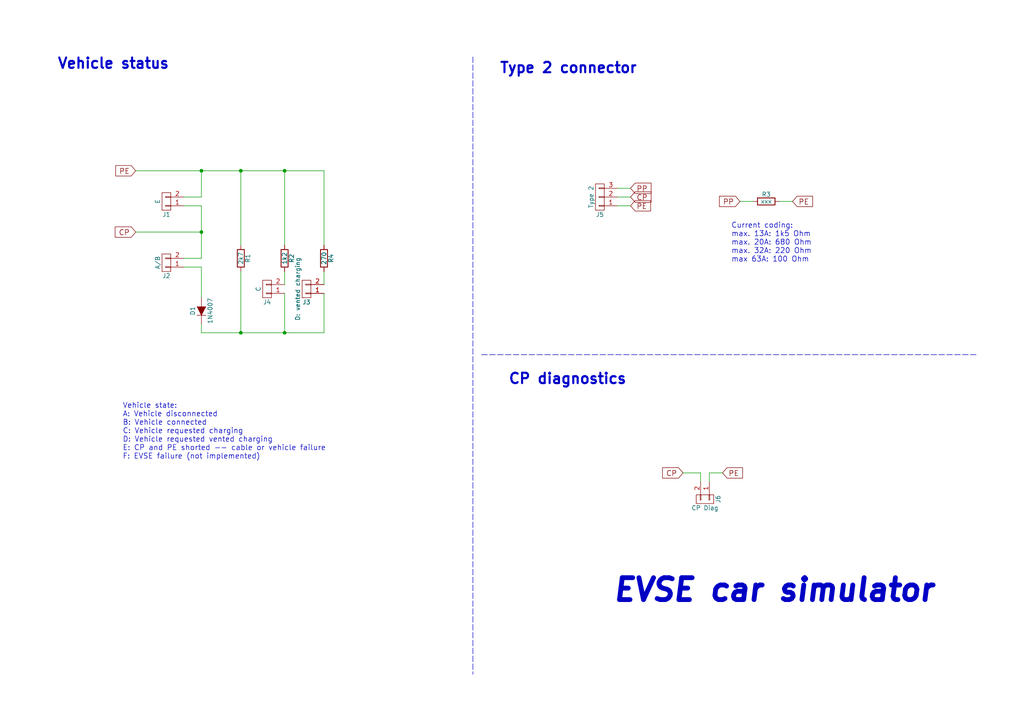
<source format=kicad_sch>
(kicad_sch (version 20231120) (generator "eeschema") (generator_version "8.0")
  (paper "A4")
  (title_block (title "Car simulator Pi Pico Relay Cap") (date "2018-11-26") (rev "0.5") (company "Paul Würtz") (comment 1 "Based on Car simulator by Mathias Dalheimer"))
  (lib_symbols
    (symbol "EVSE-Car-Simulator-rescue:CONN_01X02" (pin_names (offset 1.016) hide)
      (property "Reference" "P" (at 0 3.81 0))
      (property "Value" "CONN_01X02" (at 2.54 0 90))
      (symbol "CONN_01X02_0_1"
        (rectangle (start -1.27 -1.143) (end 0.254 -1.397))
        (rectangle (start -1.27 1.397) (end 0.254 1.143))
        (rectangle (start -1.27 2.54) (end 1.27 -2.54))
      )
      (symbol "CONN_01X02_1_1"
        (pin passive line (at -5.08 1.27 0) (length 3.81) (name "P1") (number "1"))
        (pin passive line (at -5.08 -1.27 0) (length 3.81) (name "P2") (number "2"))
      )
    )
    (symbol "EVSE-Car-Simulator-rescue:CONN_01X03" (pin_names (offset 1.016) hide)
      (property "Reference" "P" (at 0 5.08 0))
      (property "Value" "CONN_01X03" (at 2.54 0 90))
      (symbol "CONN_01X03_0_1"
        (rectangle (start -1.27 -2.413) (end 0.254 -2.667))
        (rectangle (start -1.27 0.127) (end 0.254 -0.127))
        (rectangle (start -1.27 2.667) (end 0.254 2.413))
        (rectangle (start -1.27 3.81) (end 1.27 -3.81))
      )
      (symbol "CONN_01X03_1_1"
        (pin passive line (at -5.08 2.54 0) (length 3.81) (name "P1") (number "1"))
        (pin passive line (at -5.08 0 0) (length 3.81) (name "P2") (number "2"))
        (pin passive line (at -5.08 -2.54 0) (length 3.81) (name "P3") (number "3"))
      )
    )
    (symbol "EVSE-Car-Simulator-rescue:D" (pin_numbers hide) (pin_names (offset 1.016) hide)
      (property "Reference" "D" (at 0 2.54 0))
      (property "Value" "D" (at 0 -2.54 0))
      (symbol "D_0_1"
        (polyline (pts (xy -1.27 1.27) (xy -1.27 -1.27)) (stroke (width 0.1524)))
        (polyline (pts (xy 1.27 1.27) (xy -1.27 0) (xy 1.27 -1.27)) (fill (type outline)))
      )
      (symbol "D_1_1"
        (pin passive line (at -3.81 0 0) (length 2.54) (name "K") (number "1"))
        (pin passive line (at 3.81 0 180) (length 2.54) (name "A") (number "2"))
      )
    )
    (symbol "EVSE-Car-Simulator-rescue:R-RESCUE-EVSE-Car-Simulator" (pin_numbers hide) (pin_names (offset 0))
      (property "Reference" "R" (at 2.032 0 90))
      (property "Value" "R-RESCUE-EVSE-Car-Simulator" (at 0 0 90))
      (symbol "R-RESCUE-EVSE-Car-Simulator_0_1"
        (rectangle (start -1.016 -2.54) (end 1.016 2.54) (stroke (width 0.254)))
      )
      (symbol "R-RESCUE-EVSE-Car-Simulator_1_1"
        (pin passive line (at 0 3.81 270) (length 1.27) (name "~") (number "1"))
        (pin passive line (at 0 -3.81 90) (length 1.27) (name "~") (number "2"))
      )
    )
  )
  (junction (at 58.42 67.31))
  (junction (at 82.55 96.52))
  (junction (at 58.42 49.53))
  (junction (at 69.85 49.53))
  (junction (at 82.55 49.53))
  (junction (at 69.85 96.52))
  (wire (pts (xy 198.12 137.16) (xy 203.2 137.16)))
  (wire (pts (xy 93.98 96.52) (xy 82.55 96.52)))
  (wire (pts (xy 58.42 77.47) (xy 58.42 86.36)))
  (wire (pts (xy 58.42 93.98) (xy 58.42 96.52)))
  (wire (pts (xy 69.85 96.52) (xy 82.55 96.52)))
  (wire (pts (xy 69.85 78.74) (xy 69.85 96.52)))
  (wire (pts (xy 53.34 57.15) (xy 58.42 57.15)))
  (wire (pts (xy 93.98 85.09) (xy 93.98 96.52)))
  (wire (pts (xy 39.37 67.31) (xy 58.42 67.31)))
  (wire (pts (xy 82.55 49.53) (xy 82.55 71.12)))
  (wire (pts (xy 82.55 49.53) (xy 93.98 49.53)))
  (wire (pts (xy 82.55 96.52) (xy 82.55 85.09)))
  (wire (pts (xy 182.88 54.61) (xy 179.07 54.61)))
  (polyline (pts (xy 139.7 102.87) (xy 283.21 102.87)) (stroke (width 0) (type dash)))
  (wire (pts (xy 93.98 78.74) (xy 93.98 82.55)))
  (wire (pts (xy 182.88 57.15) (xy 179.07 57.15)))
  (wire (pts (xy 82.55 82.55) (xy 82.55 78.74)))
  (wire (pts (xy 53.34 74.93) (xy 58.42 74.93)))
  (wire (pts (xy 69.85 49.53) (xy 82.55 49.53)))
  (wire (pts (xy 203.2 137.16) (xy 203.2 139.7)))
  (wire (pts (xy 179.07 59.69) (xy 182.88 59.69)))
  (wire (pts (xy 205.74 139.7) (xy 205.74 137.16)))
  (wire (pts (xy 39.37 49.53) (xy 58.42 49.53)))
  (wire (pts (xy 69.85 49.53) (xy 69.85 71.12)))
  (wire (pts (xy 58.42 67.31) (xy 58.42 74.93)))
  (wire (pts (xy 93.98 49.53) (xy 93.98 71.12)))
  (polyline (pts (xy 137.16 16.51) (xy 137.16 195.58)) (stroke (width 0) (type dash)))
  (wire (pts (xy 69.85 96.52) (xy 58.42 96.52)))
  (wire (pts (xy 226.06 58.42) (xy 229.87 58.42)))
  (wire (pts (xy 58.42 59.69) (xy 58.42 67.31)))
  (wire (pts (xy 214.63 58.42) (xy 218.44 58.42)))
  (wire (pts (xy 58.42 77.47) (xy 53.34 77.47)))
  (wire (pts (xy 58.42 49.53) (xy 69.85 49.53)))
  (wire (pts (xy 53.34 59.69) (xy 58.42 59.69)))
  (wire (pts (xy 58.42 49.53) (xy 58.42 57.15)))
  (wire (pts (xy 205.74 137.16) (xy 209.55 137.16)))
  (text "Current coding:\nmax. 13A: 1k5 Ohm\nmax. 20A: 680 Ohm\nmax. 32A: 220 Ohm\nmax 63A: 100 Ohm" (at 212.09 76.2 0) (effects (font (size 1.524 1.524)) (justify left bottom)))
  (text "CP diagnostics" (at 147.32 111.76 0) (effects (font (size 2.9972 2.9972) (thickness 0.5994) (bold yes)) (justify left bottom)))
  (text "Vehicle state:\nA: Vehicle disconnected\nB: Vehicle connected\nC: Vehicle requested charging\nD: Vehicle requested vented charging \nE: CP and PE shorted -- cable or vehicle failure\nF: EVSE failure (not implemented)" (at 35.56 133.35 0) (effects (font (size 1.524 1.524)) (justify left bottom)))
  (text "Type 2 connector" (at 144.78 21.59 0) (effects (font (size 2.9972 2.9972) (thickness 0.5994) (bold yes)) (justify left bottom)))
  (text "EVSE car simulator" (at 177.292 175.006 0) (effects (font (size 6.35 6.35) (thickness 1.4021) (bold yes) (italic yes)) (justify left bottom)))
  (text "Vehicle status" (at 16.51 20.32 0) (effects (font (size 2.9972 2.9972) (thickness 0.5994) (bold yes)) (justify left bottom)))
  (global_label "PE" (shape input) (at 229.87 58.42 0) (effects (font (size 1.524 1.524))) (property "Intersheetrefs" "${INTERSHEET_REFS}" (effects (hide yes))))
  (global_label "PP" (shape input) (at 214.63 58.42 180) (effects (font (size 1.524 1.524))) (property "Intersheetrefs" "${INTERSHEET_REFS}" (effects (hide yes))))
  (global_label "PE" (shape input) (at 209.55 137.16 0) (effects (font (size 1.524 1.524))) (property "Intersheetrefs" "${INTERSHEET_REFS}" (effects (hide yes))))
  (global_label "PE" (shape input) (at 39.37 49.53 180) (effects (font (size 1.524 1.524))) (property "Intersheetrefs" "${INTERSHEET_REFS}" (effects (hide yes))))
  (global_label "CP" (shape input) (at 198.12 137.16 180) (effects (font (size 1.524 1.524))) (property "Intersheetrefs" "${INTERSHEET_REFS}" (effects (hide yes))))
  (global_label "PE" (shape input) (at 182.88 59.69 0) (effects (font (size 1.524 1.524))) (property "Intersheetrefs" "${INTERSHEET_REFS}" (effects (hide yes))))
  (global_label "CP" (shape input) (at 39.37 67.31 180) (effects (font (size 1.524 1.524))) (property "Intersheetrefs" "${INTERSHEET_REFS}" (effects (hide yes))))
  (global_label "PP" (shape input) (at 182.88 54.61 0) (effects (font (size 1.524 1.524))) (property "Intersheetrefs" "${INTERSHEET_REFS}" (effects (hide yes))))
  (global_label "CP" (shape input) (at 182.88 57.15 0) (effects (font (size 1.524 1.524))) (property "Intersheetrefs" "${INTERSHEET_REFS}" (effects (hide yes))))
  (symbol (lib_id "EVSE-Car-Simulator-rescue:CONN_01X03") (at 173.99 57.15 180) (unit 1)
    (property "Reference" "J5" (at 173.99 62.23 0))
    (property "Value" "Type 2" (at 171.45 57.15 90))
    (property "Footprint" "lib:Type2-Solderpads" (effects (hide yes)))
  )
  (symbol (lib_id "EVSE-Car-Simulator-rescue:R-RESCUE-EVSE-Car-Simulator") (at 222.25 58.42 90) (unit 1)
    (property "Reference" "R3" (at 222.25 56.388 90))
    (property "Value" "xxx" (at 222.25 58.42 90))
    (property "Footprint" "Resistor_THT:R_Axial_DIN0204_L3.6mm_D1.6mm_P7.62mm_Horizontal" (effects (hide yes)))
  )
  (symbol (lib_id "EVSE-Car-Simulator-rescue:CONN_01X02") (at 204.47 144.78 270) (unit 1)
    (property "Reference" "J6" (at 208.28 144.78 0))
    (property "Value" "CP Diag" (at 204.47 147.32 90))
    (property "Footprint" "Connector_PinHeader_2.54mm:PinHeader_1x02_P2.54mm_Vertical" (effects (hide yes)))
  )
  (symbol (lib_id "EVSE-Car-Simulator-rescue:D") (at 58.42 90.17 90) (unit 1)
    (property "Reference" "D1" (at 55.88 90.17 0))
    (property "Value" "1N4007" (at 60.96 90.17 0))
    (property "Footprint" "Diode_THT:D_DO-41_SOD81_P7.62mm_Horizontal" (effects (hide yes)))
  )
  (symbol (lib_id "EVSE-Car-Simulator-rescue:CONN_01X02") (at 48.26 76.2 180) (unit 1)
    (property "Reference" "J2" (at 48.26 80.01 0))
    (property "Value" "A/B" (at 45.72 76.2 90))
    (property "Footprint" "lib:Type2-Solderpads_2hole" (effects (hide yes)))
  )
  (symbol (lib_id "EVSE-Car-Simulator-rescue:R-RESCUE-EVSE-Car-Simulator") (at 69.85 74.93 0) (unit 1)
    (property "Reference" "R1" (at 71.882 74.93 90))
    (property "Value" "2k7" (at 69.85 74.93 90))
    (property "Footprint" "Resistor_THT:R_Axial_DIN0204_L3.6mm_D1.6mm_P7.62mm_Horizontal" (effects (hide yes)))
  )
  (symbol (lib_id "EVSE-Car-Simulator-rescue:CONN_01X02") (at 77.47 83.82 180) (unit 1)
    (property "Reference" "J4" (at 77.47 87.63 0))
    (property "Value" "C" (at 74.93 83.82 90))
    (property "Footprint" "lib:Type2-Solderpads_2hole" (effects (hide yes)))
  )
  (symbol (lib_id "EVSE-Car-Simulator-rescue:R-RESCUE-EVSE-Car-Simulator") (at 82.55 74.93 0) (unit 1)
    (property "Reference" "R2" (at 84.582 74.93 90))
    (property "Value" "1k2" (at 82.55 74.93 90))
    (property "Footprint" "Resistor_THT:R_Axial_DIN0204_L3.6mm_D1.6mm_P7.62mm_Horizontal" (effects (hide yes)))
  )
  (symbol (lib_id "EVSE-Car-Simulator-rescue:CONN_01X02") (at 88.9 83.82 180) (unit 1)
    (property "Reference" "J3" (at 88.9 87.63 0))
    (property "Value" "D: vented charging" (at 86.36 83.82 90))
    (property "Footprint" "lib:Type2-Solderpads_2hole" (effects (hide yes)))
  )
  (symbol (lib_id "EVSE-Car-Simulator-rescue:CONN_01X02") (at 48.26 58.42 180) (unit 1)
    (property "Reference" "J1" (at 48.26 62.23 0))
    (property "Value" "E" (at 45.72 58.42 90))
    (property "Footprint" "lib:Type2-Solderpads_2hole" (effects (hide yes)))
  )
  (symbol (lib_id "EVSE-Car-Simulator-rescue:R-RESCUE-EVSE-Car-Simulator") (at 93.98 74.93 0) (unit 1)
    (property "Reference" "R4" (at 96.012 74.93 90))
    (property "Value" "270" (at 93.98 74.93 90))
    (property "Footprint" "Resistor_THT:R_Axial_DIN0204_L3.6mm_D1.6mm_P7.62mm_Horizontal" (effects (hide yes)))
  )
)
</source>
